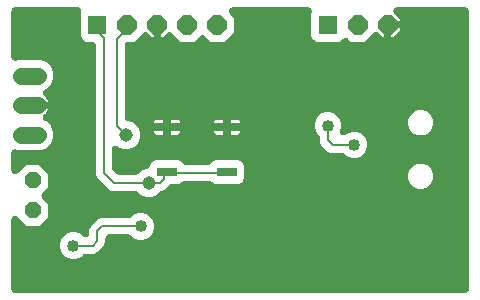
<source format=gbr>
G04 EAGLE Gerber RS-274X export*
G75*
%MOMM*%
%FSLAX34Y34*%
%LPD*%
%INBottom Copper*%
%IPPOS*%
%AMOC8*
5,1,8,0,0,1.08239X$1,22.5*%
G01*
%ADD10C,1.422400*%
%ADD11R,1.625600X1.625600*%
%ADD12P,1.759533X8X112.500000*%
%ADD13R,1.651000X0.762000*%
%ADD14P,1.539592X8X292.500000*%
%ADD15C,1.016000*%
%ADD16C,0.152400*%
%ADD17C,1.143000*%

G36*
X591896Y171253D02*
X591896Y171253D01*
X591972Y171251D01*
X592141Y171273D01*
X592312Y171287D01*
X592386Y171305D01*
X592461Y171315D01*
X592625Y171364D01*
X592791Y171405D01*
X592860Y171435D01*
X592934Y171457D01*
X593087Y171533D01*
X593244Y171600D01*
X593308Y171641D01*
X593377Y171674D01*
X593516Y171773D01*
X593660Y171865D01*
X593717Y171916D01*
X593779Y171960D01*
X593900Y172080D01*
X594028Y172194D01*
X594076Y172253D01*
X594130Y172307D01*
X594231Y172445D01*
X594338Y172578D01*
X594375Y172644D01*
X594420Y172705D01*
X594497Y172858D01*
X594582Y173006D01*
X594608Y173078D01*
X594643Y173146D01*
X594694Y173309D01*
X594753Y173469D01*
X594768Y173544D01*
X594791Y173616D01*
X594803Y173721D01*
X594848Y173953D01*
X594855Y174189D01*
X594867Y174294D01*
X594867Y409906D01*
X594861Y409982D01*
X594863Y410058D01*
X594841Y410227D01*
X594827Y410398D01*
X594809Y410472D01*
X594799Y410547D01*
X594750Y410711D01*
X594709Y410877D01*
X594679Y410946D01*
X594657Y411020D01*
X594581Y411173D01*
X594514Y411330D01*
X594473Y411394D01*
X594440Y411463D01*
X594341Y411602D01*
X594249Y411746D01*
X594198Y411803D01*
X594154Y411865D01*
X594034Y411986D01*
X593920Y412114D01*
X593861Y412162D01*
X593807Y412216D01*
X593669Y412317D01*
X593536Y412424D01*
X593470Y412461D01*
X593409Y412506D01*
X593256Y412583D01*
X593108Y412668D01*
X593036Y412694D01*
X592968Y412729D01*
X592805Y412780D01*
X592645Y412839D01*
X592570Y412854D01*
X592498Y412877D01*
X592393Y412889D01*
X592161Y412934D01*
X591925Y412941D01*
X591820Y412953D01*
X534051Y412953D01*
X534013Y412950D01*
X533975Y412952D01*
X533767Y412930D01*
X533560Y412913D01*
X533523Y412904D01*
X533485Y412900D01*
X533283Y412845D01*
X533081Y412795D01*
X533046Y412780D01*
X533009Y412769D01*
X532819Y412682D01*
X532627Y412600D01*
X532595Y412580D01*
X532561Y412564D01*
X532387Y412447D01*
X532211Y412335D01*
X532183Y412310D01*
X532151Y412288D01*
X531999Y412145D01*
X531843Y412006D01*
X531819Y411977D01*
X531792Y411951D01*
X531664Y411785D01*
X531533Y411622D01*
X531515Y411589D01*
X531491Y411559D01*
X531393Y411375D01*
X531289Y411194D01*
X531276Y411158D01*
X531258Y411124D01*
X531190Y410927D01*
X531118Y410731D01*
X531111Y410694D01*
X531098Y410658D01*
X531063Y410451D01*
X531023Y410247D01*
X531022Y410209D01*
X531016Y410171D01*
X531014Y409962D01*
X531008Y409754D01*
X531013Y409716D01*
X531013Y409678D01*
X531045Y409471D01*
X531072Y409265D01*
X531083Y409228D01*
X531089Y409191D01*
X531154Y408992D01*
X531215Y408793D01*
X531232Y408758D01*
X531243Y408722D01*
X531340Y408537D01*
X531432Y408349D01*
X531454Y408318D01*
X531471Y408284D01*
X531529Y408212D01*
X531717Y407947D01*
X531838Y407825D01*
X531897Y407751D01*
X536957Y402691D01*
X536957Y401319D01*
X526288Y401319D01*
X526212Y401313D01*
X526136Y401316D01*
X525967Y401293D01*
X525797Y401279D01*
X525723Y401261D01*
X525647Y401251D01*
X525483Y401202D01*
X525318Y401161D01*
X525248Y401131D01*
X525175Y401109D01*
X525021Y401034D01*
X524864Y400966D01*
X524800Y400925D01*
X524732Y400892D01*
X524592Y400793D01*
X524448Y400701D01*
X524392Y400650D01*
X524329Y400606D01*
X524208Y400486D01*
X524080Y400372D01*
X524032Y400313D01*
X523978Y400259D01*
X523877Y400121D01*
X523770Y399988D01*
X523732Y399922D01*
X523687Y399860D01*
X523611Y399708D01*
X523526Y399559D01*
X523499Y399488D01*
X523465Y399420D01*
X523414Y399257D01*
X523354Y399097D01*
X523340Y399022D01*
X523317Y398949D01*
X523305Y398845D01*
X523260Y398613D01*
X523252Y398377D01*
X523241Y398272D01*
X523241Y387603D01*
X521869Y387603D01*
X518257Y391215D01*
X518199Y391264D01*
X518147Y391320D01*
X518012Y391424D01*
X517881Y391534D01*
X517816Y391574D01*
X517756Y391620D01*
X517605Y391701D01*
X517459Y391789D01*
X517388Y391817D01*
X517321Y391853D01*
X517159Y391909D01*
X517001Y391972D01*
X516926Y391989D01*
X516854Y392013D01*
X516686Y392042D01*
X516519Y392079D01*
X516443Y392083D01*
X516368Y392096D01*
X516197Y392097D01*
X516026Y392107D01*
X515951Y392098D01*
X515874Y392099D01*
X515705Y392072D01*
X515536Y392054D01*
X515463Y392034D01*
X515387Y392022D01*
X515225Y391969D01*
X515060Y391924D01*
X514991Y391892D01*
X514919Y391868D01*
X514767Y391789D01*
X514612Y391718D01*
X514548Y391675D01*
X514481Y391640D01*
X514399Y391575D01*
X514202Y391443D01*
X514030Y391281D01*
X513948Y391215D01*
X506780Y384047D01*
X494996Y384047D01*
X492723Y386320D01*
X492665Y386369D01*
X492613Y386425D01*
X492478Y386528D01*
X492347Y386639D01*
X492282Y386679D01*
X492222Y386725D01*
X492071Y386806D01*
X491925Y386894D01*
X491854Y386922D01*
X491787Y386958D01*
X491625Y387014D01*
X491467Y387077D01*
X491392Y387093D01*
X491320Y387118D01*
X491152Y387147D01*
X490985Y387184D01*
X490909Y387188D01*
X490834Y387201D01*
X490663Y387202D01*
X490493Y387211D01*
X490417Y387203D01*
X490341Y387204D01*
X490172Y387177D01*
X490002Y387159D01*
X489929Y387139D01*
X489853Y387127D01*
X489691Y387074D01*
X489526Y387029D01*
X489457Y386997D01*
X489385Y386973D01*
X489233Y386894D01*
X489078Y386823D01*
X489015Y386780D01*
X488947Y386745D01*
X488865Y386679D01*
X488669Y386547D01*
X488496Y386386D01*
X488414Y386320D01*
X487069Y384975D01*
X484829Y384047D01*
X466147Y384047D01*
X463906Y384975D01*
X462191Y386690D01*
X461263Y388931D01*
X461263Y407613D01*
X461730Y408740D01*
X461786Y408912D01*
X461848Y409081D01*
X461861Y409146D01*
X461881Y409209D01*
X461908Y409388D01*
X461943Y409565D01*
X461945Y409631D01*
X461955Y409697D01*
X461953Y409878D01*
X461958Y410058D01*
X461950Y410124D01*
X461949Y410191D01*
X461917Y410368D01*
X461894Y410547D01*
X461875Y410611D01*
X461863Y410676D01*
X461804Y410847D01*
X461751Y411020D01*
X461722Y411079D01*
X461700Y411142D01*
X461614Y411300D01*
X461535Y411463D01*
X461496Y411517D01*
X461464Y411575D01*
X461353Y411718D01*
X461249Y411865D01*
X461202Y411912D01*
X461162Y411965D01*
X461029Y412088D01*
X460902Y412216D01*
X460849Y412255D01*
X460800Y412300D01*
X460649Y412400D01*
X460504Y412506D01*
X460444Y412536D01*
X460389Y412573D01*
X460224Y412647D01*
X460063Y412729D01*
X460000Y412749D01*
X459939Y412776D01*
X459765Y412823D01*
X459593Y412877D01*
X459540Y412883D01*
X459463Y412904D01*
X458972Y412953D01*
X458938Y412951D01*
X458915Y412953D01*
X394808Y412953D01*
X394770Y412950D01*
X394732Y412952D01*
X394524Y412930D01*
X394317Y412913D01*
X394279Y412904D01*
X394242Y412900D01*
X394040Y412845D01*
X393838Y412795D01*
X393803Y412780D01*
X393766Y412769D01*
X393576Y412682D01*
X393384Y412600D01*
X393352Y412580D01*
X393317Y412564D01*
X393144Y412447D01*
X392968Y412335D01*
X392940Y412310D01*
X392908Y412288D01*
X392756Y412145D01*
X392600Y412006D01*
X392576Y411977D01*
X392549Y411951D01*
X392421Y411784D01*
X392290Y411622D01*
X392272Y411590D01*
X392248Y411559D01*
X392149Y411375D01*
X392046Y411194D01*
X392033Y411158D01*
X392015Y411124D01*
X391947Y410927D01*
X391875Y410731D01*
X391868Y410694D01*
X391855Y410658D01*
X391820Y410451D01*
X391780Y410247D01*
X391779Y410209D01*
X391773Y410171D01*
X391771Y409962D01*
X391765Y409754D01*
X391770Y409716D01*
X391770Y409678D01*
X391802Y409471D01*
X391829Y409265D01*
X391840Y409228D01*
X391846Y409191D01*
X391911Y408992D01*
X391972Y408793D01*
X391988Y408758D01*
X392000Y408722D01*
X392097Y408537D01*
X392189Y408349D01*
X392211Y408318D01*
X392228Y408284D01*
X392286Y408212D01*
X392474Y407947D01*
X392595Y407825D01*
X392654Y407751D01*
X396241Y404164D01*
X396241Y392380D01*
X387908Y384047D01*
X376124Y384047D01*
X371471Y388700D01*
X371413Y388750D01*
X371360Y388805D01*
X371225Y388909D01*
X371095Y389020D01*
X371029Y389059D01*
X370969Y389106D01*
X370819Y389186D01*
X370672Y389275D01*
X370601Y389303D01*
X370534Y389339D01*
X370373Y389394D01*
X370214Y389458D01*
X370140Y389474D01*
X370068Y389499D01*
X369899Y389527D01*
X369732Y389564D01*
X369656Y389569D01*
X369581Y389581D01*
X369410Y389582D01*
X369240Y389592D01*
X369164Y389584D01*
X369088Y389584D01*
X368919Y389558D01*
X368749Y389540D01*
X368676Y389520D01*
X368601Y389508D01*
X368438Y389454D01*
X368274Y389409D01*
X368204Y389377D01*
X368132Y389354D01*
X367981Y389275D01*
X367825Y389203D01*
X367762Y389161D01*
X367694Y389126D01*
X367612Y389060D01*
X367416Y388928D01*
X367244Y388766D01*
X367161Y388700D01*
X362508Y384047D01*
X350724Y384047D01*
X343556Y391215D01*
X343498Y391264D01*
X343446Y391320D01*
X343310Y391424D01*
X343180Y391534D01*
X343115Y391574D01*
X343055Y391620D01*
X342904Y391701D01*
X342758Y391789D01*
X342687Y391817D01*
X342620Y391853D01*
X342458Y391909D01*
X342300Y391972D01*
X342225Y391989D01*
X342153Y392013D01*
X341985Y392042D01*
X341818Y392079D01*
X341742Y392083D01*
X341667Y392096D01*
X341496Y392097D01*
X341325Y392107D01*
X341250Y392098D01*
X341173Y392099D01*
X341004Y392072D01*
X340835Y392054D01*
X340762Y392034D01*
X340686Y392022D01*
X340524Y391969D01*
X340359Y391924D01*
X340290Y391892D01*
X340218Y391868D01*
X340066Y391789D01*
X339911Y391718D01*
X339848Y391675D01*
X339780Y391640D01*
X339698Y391575D01*
X339501Y391443D01*
X339329Y391281D01*
X339247Y391215D01*
X335635Y387603D01*
X334263Y387603D01*
X334263Y398272D01*
X334257Y398348D01*
X334260Y398424D01*
X334237Y398593D01*
X334223Y398763D01*
X334205Y398837D01*
X334195Y398913D01*
X334146Y399077D01*
X334105Y399242D01*
X334075Y399312D01*
X334053Y399385D01*
X333978Y399539D01*
X333910Y399696D01*
X333869Y399760D01*
X333836Y399828D01*
X333737Y399968D01*
X333645Y400112D01*
X333594Y400168D01*
X333550Y400231D01*
X333430Y400352D01*
X333316Y400480D01*
X333257Y400527D01*
X333204Y400582D01*
X333065Y400682D01*
X332933Y400789D01*
X332866Y400827D01*
X332805Y400872D01*
X332652Y400949D01*
X332504Y401033D01*
X332432Y401060D01*
X332364Y401094D01*
X332202Y401146D01*
X332041Y401205D01*
X331967Y401220D01*
X331894Y401243D01*
X331789Y401254D01*
X331557Y401300D01*
X331321Y401307D01*
X331216Y401319D01*
X331140Y401313D01*
X331064Y401315D01*
X330894Y401293D01*
X330724Y401279D01*
X330650Y401261D01*
X330575Y401251D01*
X330411Y401201D01*
X330245Y401160D01*
X330175Y401130D01*
X330102Y401108D01*
X329949Y401033D01*
X329792Y400966D01*
X329728Y400925D01*
X329659Y400891D01*
X329520Y400792D01*
X329376Y400701D01*
X329319Y400650D01*
X329257Y400606D01*
X329135Y400486D01*
X329008Y400372D01*
X328960Y400313D01*
X328906Y400259D01*
X328805Y400121D01*
X328698Y399988D01*
X328660Y399922D01*
X328615Y399860D01*
X328539Y399708D01*
X328454Y399559D01*
X328427Y399488D01*
X328393Y399420D01*
X328342Y399257D01*
X328282Y399097D01*
X328268Y399022D01*
X328245Y398949D01*
X328233Y398845D01*
X328188Y398613D01*
X328180Y398377D01*
X328169Y398272D01*
X328169Y387603D01*
X326797Y387603D01*
X323185Y391215D01*
X323127Y391264D01*
X323075Y391320D01*
X322940Y391424D01*
X322809Y391534D01*
X322744Y391574D01*
X322684Y391620D01*
X322533Y391701D01*
X322387Y391789D01*
X322316Y391817D01*
X322249Y391853D01*
X322087Y391909D01*
X321929Y391972D01*
X321854Y391989D01*
X321782Y392013D01*
X321614Y392042D01*
X321447Y392079D01*
X321371Y392083D01*
X321296Y392096D01*
X321125Y392097D01*
X320954Y392107D01*
X320879Y392098D01*
X320802Y392099D01*
X320633Y392072D01*
X320464Y392054D01*
X320391Y392034D01*
X320315Y392022D01*
X320153Y391969D01*
X319988Y391924D01*
X319919Y391892D01*
X319847Y391868D01*
X319695Y391789D01*
X319540Y391718D01*
X319476Y391675D01*
X319409Y391640D01*
X319327Y391575D01*
X319130Y391443D01*
X318958Y391281D01*
X318876Y391215D01*
X311708Y384047D01*
X306578Y384047D01*
X306502Y384041D01*
X306426Y384043D01*
X306257Y384021D01*
X306086Y384007D01*
X306012Y383989D01*
X305937Y383979D01*
X305773Y383930D01*
X305607Y383889D01*
X305538Y383859D01*
X305464Y383837D01*
X305311Y383761D01*
X305154Y383694D01*
X305090Y383653D01*
X305021Y383620D01*
X304882Y383521D01*
X304738Y383429D01*
X304681Y383378D01*
X304619Y383334D01*
X304498Y383214D01*
X304370Y383100D01*
X304322Y383041D01*
X304268Y382987D01*
X304167Y382849D01*
X304060Y382716D01*
X304023Y382650D01*
X303978Y382589D01*
X303901Y382436D01*
X303816Y382288D01*
X303790Y382216D01*
X303755Y382148D01*
X303704Y381985D01*
X303645Y381825D01*
X303630Y381750D01*
X303607Y381678D01*
X303595Y381573D01*
X303550Y381341D01*
X303543Y381105D01*
X303531Y381000D01*
X303531Y319659D01*
X303537Y319583D01*
X303535Y319507D01*
X303557Y319338D01*
X303571Y319167D01*
X303589Y319093D01*
X303599Y319018D01*
X303648Y318854D01*
X303689Y318688D01*
X303719Y318619D01*
X303741Y318545D01*
X303817Y318392D01*
X303884Y318235D01*
X303925Y318171D01*
X303958Y318102D01*
X304057Y317963D01*
X304149Y317819D01*
X304200Y317762D01*
X304244Y317700D01*
X304364Y317579D01*
X304478Y317451D01*
X304537Y317403D01*
X304591Y317349D01*
X304729Y317248D01*
X304862Y317141D01*
X304928Y317104D01*
X304989Y317059D01*
X305142Y316982D01*
X305290Y316897D01*
X305362Y316871D01*
X305430Y316836D01*
X305593Y316785D01*
X305753Y316726D01*
X305828Y316711D01*
X305900Y316688D01*
X306005Y316676D01*
X306237Y316631D01*
X306473Y316624D01*
X306578Y316612D01*
X307150Y316612D01*
X311491Y314814D01*
X314814Y311491D01*
X316612Y307150D01*
X316612Y302450D01*
X314814Y298109D01*
X311491Y294786D01*
X307150Y292988D01*
X302450Y292988D01*
X298109Y294786D01*
X297811Y295085D01*
X297782Y295110D01*
X297756Y295138D01*
X297594Y295269D01*
X297435Y295404D01*
X297402Y295424D01*
X297372Y295448D01*
X297192Y295551D01*
X297012Y295659D01*
X296977Y295673D01*
X296944Y295692D01*
X296748Y295765D01*
X296554Y295842D01*
X296517Y295850D01*
X296481Y295864D01*
X296277Y295904D01*
X296073Y295949D01*
X296034Y295951D01*
X295997Y295958D01*
X295789Y295965D01*
X295580Y295977D01*
X295542Y295973D01*
X295504Y295974D01*
X295298Y295947D01*
X295089Y295924D01*
X295053Y295914D01*
X295015Y295909D01*
X294815Y295849D01*
X294614Y295794D01*
X294579Y295778D01*
X294542Y295767D01*
X294355Y295675D01*
X294165Y295588D01*
X294134Y295567D01*
X294099Y295550D01*
X293929Y295429D01*
X293756Y295313D01*
X293728Y295287D01*
X293697Y295264D01*
X293549Y295118D01*
X293396Y294975D01*
X293373Y294945D01*
X293346Y294918D01*
X293223Y294749D01*
X293096Y294583D01*
X293078Y294550D01*
X293056Y294519D01*
X292962Y294333D01*
X292863Y294149D01*
X292851Y294113D01*
X292833Y294079D01*
X292771Y293879D01*
X292703Y293682D01*
X292697Y293645D01*
X292685Y293608D01*
X292675Y293515D01*
X292620Y293196D01*
X292619Y293024D01*
X292609Y292930D01*
X292609Y277153D01*
X292618Y277040D01*
X292617Y276925D01*
X292638Y276794D01*
X292649Y276661D01*
X292676Y276551D01*
X292694Y276438D01*
X292735Y276312D01*
X292767Y276183D01*
X292812Y276078D01*
X292848Y275969D01*
X292910Y275851D01*
X292962Y275729D01*
X293023Y275633D01*
X293076Y275532D01*
X293135Y275458D01*
X293227Y275313D01*
X293443Y275071D01*
X293501Y274998D01*
X296334Y272165D01*
X296421Y272091D01*
X296502Y272010D01*
X296609Y271932D01*
X296710Y271846D01*
X296808Y271787D01*
X296901Y271720D01*
X297019Y271660D01*
X297133Y271591D01*
X297239Y271549D01*
X297341Y271497D01*
X297468Y271457D01*
X297591Y271408D01*
X297702Y271383D01*
X297811Y271349D01*
X297905Y271339D01*
X298073Y271301D01*
X298397Y271283D01*
X298489Y271273D01*
X312742Y271273D01*
X312856Y271282D01*
X312970Y271281D01*
X313102Y271302D01*
X313234Y271313D01*
X313345Y271340D01*
X313458Y271358D01*
X313584Y271399D01*
X313713Y271431D01*
X313818Y271476D01*
X313926Y271512D01*
X314044Y271574D01*
X314166Y271626D01*
X314262Y271687D01*
X314364Y271740D01*
X314437Y271799D01*
X314582Y271891D01*
X314824Y272107D01*
X314897Y272165D01*
X317159Y274428D01*
X321500Y276226D01*
X321981Y276226D01*
X322199Y276243D01*
X322416Y276257D01*
X322444Y276263D01*
X322472Y276266D01*
X322685Y276318D01*
X322897Y276367D01*
X322924Y276378D01*
X322951Y276384D01*
X323152Y276471D01*
X323354Y276553D01*
X323378Y276568D01*
X323405Y276579D01*
X323589Y276696D01*
X323775Y276810D01*
X323797Y276829D01*
X323821Y276844D01*
X323983Y276989D01*
X324149Y277132D01*
X324167Y277154D01*
X324189Y277173D01*
X324325Y277342D01*
X324466Y277510D01*
X324478Y277531D01*
X324499Y277557D01*
X324743Y277985D01*
X324771Y278061D01*
X324796Y278107D01*
X325920Y280822D01*
X327635Y282537D01*
X329876Y283465D01*
X348812Y283465D01*
X351053Y282537D01*
X352955Y280634D01*
X353058Y280489D01*
X353078Y280469D01*
X353095Y280446D01*
X353251Y280294D01*
X353405Y280138D01*
X353428Y280121D01*
X353448Y280102D01*
X353627Y279976D01*
X353803Y279848D01*
X353829Y279835D01*
X353852Y279819D01*
X354049Y279724D01*
X354244Y279625D01*
X354271Y279617D01*
X354296Y279605D01*
X354506Y279543D01*
X354714Y279477D01*
X354738Y279474D01*
X354770Y279465D01*
X355259Y279404D01*
X355340Y279407D01*
X355392Y279401D01*
X374096Y279401D01*
X374314Y279418D01*
X374532Y279432D01*
X374559Y279438D01*
X374588Y279441D01*
X374799Y279493D01*
X375013Y279542D01*
X375039Y279553D01*
X375066Y279559D01*
X375266Y279645D01*
X375470Y279728D01*
X375494Y279743D01*
X375520Y279754D01*
X375703Y279871D01*
X375891Y279985D01*
X375912Y280004D01*
X375936Y280019D01*
X376099Y280164D01*
X376264Y280307D01*
X376283Y280329D01*
X376304Y280348D01*
X376441Y280517D01*
X376568Y280669D01*
X378435Y282537D01*
X380676Y283465D01*
X399612Y283465D01*
X401853Y282537D01*
X403568Y280822D01*
X404496Y278581D01*
X404496Y268535D01*
X403568Y266294D01*
X401853Y264579D01*
X399612Y263651D01*
X380676Y263651D01*
X378435Y264579D01*
X378224Y264791D01*
X378137Y264865D01*
X378057Y264946D01*
X377950Y265024D01*
X377848Y265110D01*
X377750Y265169D01*
X377658Y265236D01*
X377540Y265296D01*
X377426Y265365D01*
X377319Y265407D01*
X377218Y265459D01*
X377091Y265499D01*
X376968Y265548D01*
X376856Y265573D01*
X376747Y265607D01*
X376654Y265617D01*
X376486Y265655D01*
X376162Y265673D01*
X376069Y265683D01*
X353419Y265683D01*
X353305Y265674D01*
X353191Y265675D01*
X353059Y265654D01*
X352927Y265643D01*
X352816Y265616D01*
X352703Y265598D01*
X352577Y265557D01*
X352448Y265525D01*
X352343Y265480D01*
X352235Y265444D01*
X352117Y265382D01*
X351995Y265330D01*
X351898Y265269D01*
X351797Y265216D01*
X351723Y265157D01*
X351579Y265065D01*
X351336Y264849D01*
X351264Y264791D01*
X351053Y264579D01*
X348812Y263651D01*
X343701Y263651D01*
X343588Y263642D01*
X343473Y263643D01*
X343342Y263622D01*
X343209Y263611D01*
X343099Y263584D01*
X342986Y263566D01*
X342860Y263525D01*
X342731Y263493D01*
X342626Y263448D01*
X342517Y263412D01*
X342399Y263350D01*
X342277Y263298D01*
X342181Y263237D01*
X342080Y263184D01*
X342006Y263125D01*
X341861Y263033D01*
X341619Y262817D01*
X341546Y262759D01*
X337133Y258345D01*
X334590Y257292D01*
X334476Y257293D01*
X334344Y257272D01*
X334212Y257261D01*
X334101Y257234D01*
X333988Y257216D01*
X333862Y257175D01*
X333733Y257143D01*
X333628Y257098D01*
X333520Y257062D01*
X333402Y257000D01*
X333280Y256948D01*
X333184Y256887D01*
X333082Y256834D01*
X333009Y256775D01*
X332864Y256683D01*
X332622Y256467D01*
X332549Y256409D01*
X330541Y254400D01*
X326200Y252602D01*
X321500Y252602D01*
X317159Y254400D01*
X314897Y256663D01*
X314810Y256737D01*
X314730Y256818D01*
X314622Y256896D01*
X314521Y256982D01*
X314423Y257041D01*
X314331Y257108D01*
X314212Y257168D01*
X314098Y257237D01*
X313992Y257279D01*
X313890Y257331D01*
X313764Y257371D01*
X313640Y257420D01*
X313529Y257445D01*
X313420Y257479D01*
X313326Y257489D01*
X313159Y257527D01*
X312834Y257545D01*
X312742Y257555D01*
X293022Y257555D01*
X290501Y258599D01*
X279935Y269165D01*
X278891Y271686D01*
X278891Y381000D01*
X278885Y381076D01*
X278887Y381152D01*
X278865Y381321D01*
X278851Y381492D01*
X278833Y381566D01*
X278823Y381641D01*
X278774Y381805D01*
X278733Y381971D01*
X278703Y382040D01*
X278681Y382114D01*
X278605Y382267D01*
X278538Y382424D01*
X278497Y382488D01*
X278464Y382557D01*
X278365Y382696D01*
X278273Y382840D01*
X278222Y382897D01*
X278178Y382959D01*
X278058Y383080D01*
X277944Y383208D01*
X277885Y383256D01*
X277831Y383310D01*
X277693Y383411D01*
X277560Y383518D01*
X277494Y383555D01*
X277433Y383600D01*
X277280Y383677D01*
X277132Y383762D01*
X277060Y383788D01*
X276992Y383823D01*
X276829Y383874D01*
X276669Y383933D01*
X276594Y383948D01*
X276522Y383971D01*
X276417Y383983D01*
X276185Y384028D01*
X275949Y384035D01*
X275844Y384047D01*
X271075Y384047D01*
X268834Y384975D01*
X267119Y386690D01*
X266191Y388931D01*
X266191Y407613D01*
X266658Y408740D01*
X266714Y408912D01*
X266776Y409081D01*
X266789Y409146D01*
X266809Y409209D01*
X266836Y409388D01*
X266871Y409565D01*
X266873Y409631D01*
X266883Y409697D01*
X266881Y409878D01*
X266886Y410058D01*
X266878Y410124D01*
X266877Y410191D01*
X266845Y410368D01*
X266822Y410547D01*
X266803Y410611D01*
X266791Y410676D01*
X266732Y410847D01*
X266679Y411020D01*
X266650Y411079D01*
X266628Y411142D01*
X266542Y411300D01*
X266463Y411463D01*
X266424Y411517D01*
X266392Y411575D01*
X266281Y411718D01*
X266177Y411865D01*
X266130Y411912D01*
X266090Y411965D01*
X265957Y412088D01*
X265830Y412216D01*
X265777Y412255D01*
X265728Y412300D01*
X265577Y412400D01*
X265432Y412506D01*
X265372Y412536D01*
X265317Y412573D01*
X265152Y412647D01*
X264991Y412729D01*
X264928Y412749D01*
X264867Y412776D01*
X264693Y412823D01*
X264521Y412877D01*
X264468Y412883D01*
X264391Y412904D01*
X263900Y412953D01*
X263866Y412951D01*
X263843Y412953D01*
X210692Y412953D01*
X210616Y412947D01*
X210540Y412949D01*
X210371Y412927D01*
X210200Y412913D01*
X210126Y412895D01*
X210051Y412885D01*
X209887Y412836D01*
X209721Y412795D01*
X209652Y412765D01*
X209578Y412743D01*
X209425Y412667D01*
X209268Y412600D01*
X209204Y412559D01*
X209135Y412526D01*
X208996Y412427D01*
X208852Y412335D01*
X208795Y412284D01*
X208733Y412240D01*
X208612Y412120D01*
X208484Y412006D01*
X208436Y411947D01*
X208382Y411893D01*
X208281Y411755D01*
X208174Y411622D01*
X208137Y411556D01*
X208092Y411495D01*
X208015Y411342D01*
X207930Y411194D01*
X207904Y411122D01*
X207869Y411054D01*
X207818Y410891D01*
X207759Y410731D01*
X207744Y410656D01*
X207721Y410584D01*
X207709Y410479D01*
X207664Y410247D01*
X207657Y410011D01*
X207645Y409906D01*
X207645Y370760D01*
X207659Y370580D01*
X207666Y370400D01*
X207679Y370335D01*
X207685Y370269D01*
X207728Y370093D01*
X207764Y369917D01*
X207787Y369854D01*
X207803Y369790D01*
X207875Y369624D01*
X207938Y369455D01*
X207972Y369397D01*
X207998Y369336D01*
X208095Y369184D01*
X208185Y369028D01*
X208227Y368976D01*
X208263Y368920D01*
X208383Y368786D01*
X208498Y368646D01*
X208547Y368602D01*
X208592Y368552D01*
X208732Y368439D01*
X208867Y368320D01*
X208924Y368284D01*
X208976Y368242D01*
X209132Y368153D01*
X209285Y368057D01*
X209346Y368031D01*
X209404Y367998D01*
X209574Y367936D01*
X209740Y367866D01*
X209804Y367850D01*
X209867Y367827D01*
X210044Y367792D01*
X210219Y367750D01*
X210286Y367745D01*
X210351Y367732D01*
X210531Y367727D01*
X210711Y367713D01*
X210778Y367719D01*
X210844Y367717D01*
X211023Y367740D01*
X211203Y367756D01*
X211253Y367771D01*
X211333Y367781D01*
X211805Y367924D01*
X211836Y367939D01*
X211858Y367945D01*
X213007Y368421D01*
X232485Y368421D01*
X237340Y366410D01*
X241056Y362694D01*
X243067Y357839D01*
X243067Y352585D01*
X241056Y347730D01*
X237340Y344014D01*
X235962Y343443D01*
X235808Y343364D01*
X235651Y343293D01*
X235589Y343252D01*
X235523Y343218D01*
X235384Y343116D01*
X235240Y343020D01*
X235186Y342969D01*
X235126Y342925D01*
X235006Y342802D01*
X234879Y342684D01*
X234833Y342625D01*
X234782Y342572D01*
X234682Y342431D01*
X234576Y342294D01*
X234541Y342229D01*
X234499Y342168D01*
X234424Y342012D01*
X234341Y341860D01*
X234317Y341790D01*
X234285Y341724D01*
X234236Y341558D01*
X234179Y341394D01*
X234166Y341321D01*
X234145Y341250D01*
X234124Y341079D01*
X234094Y340908D01*
X234093Y340834D01*
X234084Y340761D01*
X234090Y340588D01*
X234088Y340415D01*
X234099Y340342D01*
X234102Y340268D01*
X234136Y340099D01*
X234162Y339927D01*
X234185Y339857D01*
X234200Y339784D01*
X234261Y339623D01*
X234314Y339458D01*
X234348Y339392D01*
X234374Y339323D01*
X234461Y339173D01*
X234540Y339019D01*
X234584Y338960D01*
X234621Y338896D01*
X234731Y338762D01*
X234834Y338623D01*
X234876Y338584D01*
X234934Y338514D01*
X235303Y338187D01*
X235324Y338174D01*
X235337Y338163D01*
X236146Y337575D01*
X237221Y336500D01*
X238114Y335271D01*
X238804Y333917D01*
X239017Y333259D01*
X222746Y333259D01*
X222670Y333253D01*
X222594Y333256D01*
X222425Y333233D01*
X222255Y333219D01*
X222181Y333201D01*
X222105Y333191D01*
X221941Y333142D01*
X221776Y333101D01*
X221706Y333071D01*
X221633Y333049D01*
X221479Y332974D01*
X221322Y332906D01*
X221258Y332865D01*
X221190Y332832D01*
X221050Y332733D01*
X220906Y332641D01*
X220850Y332590D01*
X220787Y332546D01*
X220666Y332426D01*
X220538Y332312D01*
X220491Y332253D01*
X220436Y332200D01*
X220336Y332061D01*
X220229Y331929D01*
X220191Y331862D01*
X220146Y331801D01*
X220069Y331648D01*
X219985Y331500D01*
X219958Y331428D01*
X219924Y331360D01*
X219872Y331198D01*
X219813Y331037D01*
X219798Y330963D01*
X219775Y330890D01*
X219764Y330785D01*
X219718Y330553D01*
X219711Y330317D01*
X219699Y330212D01*
X219705Y330136D01*
X219703Y330060D01*
X219725Y329890D01*
X219739Y329720D01*
X219757Y329646D01*
X219767Y329571D01*
X219817Y329407D01*
X219858Y329241D01*
X219888Y329171D01*
X219910Y329098D01*
X219985Y328945D01*
X220052Y328788D01*
X220093Y328724D01*
X220127Y328655D01*
X220226Y328516D01*
X220317Y328372D01*
X220368Y328315D01*
X220412Y328253D01*
X220532Y328131D01*
X220646Y328004D01*
X220705Y327956D01*
X220759Y327902D01*
X220897Y327801D01*
X221030Y327694D01*
X221096Y327656D01*
X221158Y327611D01*
X221310Y327535D01*
X221459Y327450D01*
X221530Y327423D01*
X221598Y327389D01*
X221761Y327338D01*
X221921Y327278D01*
X221996Y327264D01*
X222069Y327241D01*
X222173Y327229D01*
X222405Y327184D01*
X222641Y327176D01*
X222746Y327165D01*
X239017Y327165D01*
X238804Y326507D01*
X238114Y325153D01*
X237221Y323924D01*
X236146Y322849D01*
X235337Y322261D01*
X235206Y322149D01*
X235069Y322043D01*
X235019Y321988D01*
X234963Y321940D01*
X234851Y321808D01*
X234734Y321681D01*
X234693Y321619D01*
X234645Y321562D01*
X234557Y321414D01*
X234461Y321270D01*
X234430Y321202D01*
X234393Y321139D01*
X234329Y320978D01*
X234258Y320820D01*
X234239Y320748D01*
X234212Y320680D01*
X234175Y320511D01*
X234130Y320344D01*
X234123Y320270D01*
X234107Y320197D01*
X234099Y320025D01*
X234081Y319853D01*
X234086Y319779D01*
X234082Y319705D01*
X234101Y319533D01*
X234112Y319360D01*
X234129Y319288D01*
X234137Y319214D01*
X234183Y319048D01*
X234222Y318879D01*
X234250Y318811D01*
X234270Y318739D01*
X234343Y318583D01*
X234408Y318422D01*
X234447Y318359D01*
X234478Y318292D01*
X234575Y318149D01*
X234665Y318002D01*
X234714Y317945D01*
X234755Y317884D01*
X234874Y317759D01*
X234987Y317628D01*
X235044Y317580D01*
X235095Y317526D01*
X235233Y317422D01*
X235365Y317311D01*
X235416Y317282D01*
X235488Y317228D01*
X235924Y316997D01*
X235947Y316989D01*
X235962Y316981D01*
X237340Y316410D01*
X241056Y312694D01*
X243067Y307839D01*
X243067Y302585D01*
X241056Y297730D01*
X237340Y294014D01*
X232485Y292003D01*
X213007Y292003D01*
X211858Y292479D01*
X211687Y292534D01*
X211517Y292597D01*
X211452Y292610D01*
X211389Y292630D01*
X211210Y292657D01*
X211033Y292692D01*
X210967Y292694D01*
X210901Y292704D01*
X210720Y292702D01*
X210540Y292707D01*
X210474Y292698D01*
X210407Y292698D01*
X210230Y292666D01*
X210051Y292643D01*
X209987Y292623D01*
X209922Y292612D01*
X209751Y292552D01*
X209578Y292500D01*
X209519Y292471D01*
X209456Y292449D01*
X209298Y292363D01*
X209135Y292283D01*
X209081Y292245D01*
X209023Y292213D01*
X208880Y292102D01*
X208733Y291998D01*
X208686Y291951D01*
X208633Y291910D01*
X208510Y291778D01*
X208382Y291651D01*
X208343Y291597D01*
X208298Y291549D01*
X208198Y291398D01*
X208092Y291252D01*
X208062Y291193D01*
X208025Y291138D01*
X207951Y290973D01*
X207869Y290812D01*
X207849Y290748D01*
X207822Y290688D01*
X207775Y290514D01*
X207721Y290341D01*
X207715Y290289D01*
X207694Y290211D01*
X207645Y289720D01*
X207647Y289687D01*
X207645Y289664D01*
X207645Y274575D01*
X207648Y274537D01*
X207646Y274499D01*
X207668Y274292D01*
X207685Y274084D01*
X207694Y274047D01*
X207698Y274009D01*
X207753Y273808D01*
X207803Y273605D01*
X207818Y273570D01*
X207829Y273533D01*
X207916Y273343D01*
X207998Y273151D01*
X208018Y273119D01*
X208034Y273085D01*
X208151Y272911D01*
X208263Y272735D01*
X208288Y272707D01*
X208310Y272675D01*
X208453Y272523D01*
X208592Y272368D01*
X208621Y272344D01*
X208647Y272316D01*
X208813Y272189D01*
X208976Y272058D01*
X209009Y272039D01*
X209039Y272016D01*
X209223Y271917D01*
X209404Y271814D01*
X209440Y271800D01*
X209474Y271782D01*
X209671Y271715D01*
X209867Y271642D01*
X209904Y271635D01*
X209940Y271622D01*
X210147Y271587D01*
X210351Y271547D01*
X210389Y271546D01*
X210427Y271540D01*
X210636Y271538D01*
X210844Y271532D01*
X210882Y271537D01*
X210920Y271537D01*
X211127Y271569D01*
X211333Y271596D01*
X211370Y271607D01*
X211407Y271613D01*
X211606Y271679D01*
X211805Y271739D01*
X211840Y271756D01*
X211876Y271768D01*
X212061Y271864D01*
X212249Y271956D01*
X212280Y271978D01*
X212314Y271995D01*
X212386Y272053D01*
X212651Y272241D01*
X212773Y272362D01*
X212847Y272421D01*
X220335Y279909D01*
X231277Y279909D01*
X239015Y272171D01*
X239015Y261229D01*
X233941Y256155D01*
X233891Y256097D01*
X233836Y256045D01*
X233732Y255909D01*
X233621Y255779D01*
X233582Y255713D01*
X233536Y255653D01*
X233455Y255503D01*
X233367Y255356D01*
X233338Y255286D01*
X233302Y255218D01*
X233247Y255057D01*
X233184Y254898D01*
X233167Y254824D01*
X233142Y254752D01*
X233114Y254583D01*
X233077Y254417D01*
X233072Y254340D01*
X233060Y254265D01*
X233059Y254094D01*
X233049Y253924D01*
X233057Y253848D01*
X233057Y253772D01*
X233083Y253603D01*
X233101Y253433D01*
X233121Y253360D01*
X233133Y253285D01*
X233187Y253122D01*
X233232Y252958D01*
X233264Y252888D01*
X233288Y252816D01*
X233366Y252665D01*
X233438Y252509D01*
X233480Y252446D01*
X233515Y252378D01*
X233581Y252296D01*
X233713Y252100D01*
X233875Y251927D01*
X233941Y251845D01*
X239015Y246771D01*
X239015Y235829D01*
X231277Y228091D01*
X220335Y228091D01*
X212847Y235579D01*
X212818Y235604D01*
X212792Y235632D01*
X212630Y235763D01*
X212471Y235899D01*
X212438Y235919D01*
X212408Y235942D01*
X212227Y236046D01*
X212048Y236153D01*
X212013Y236168D01*
X211980Y236186D01*
X211784Y236259D01*
X211590Y236336D01*
X211553Y236345D01*
X211517Y236358D01*
X211312Y236398D01*
X211108Y236443D01*
X211070Y236445D01*
X211033Y236453D01*
X210825Y236459D01*
X210616Y236471D01*
X210578Y236467D01*
X210540Y236468D01*
X210333Y236441D01*
X210125Y236419D01*
X210089Y236409D01*
X210051Y236404D01*
X209851Y236343D01*
X209650Y236288D01*
X209615Y236272D01*
X209578Y236261D01*
X209391Y236169D01*
X209201Y236082D01*
X209169Y236061D01*
X209135Y236044D01*
X208966Y235924D01*
X208792Y235807D01*
X208764Y235781D01*
X208733Y235759D01*
X208585Y235612D01*
X208432Y235469D01*
X208409Y235439D01*
X208382Y235412D01*
X208259Y235243D01*
X208132Y235078D01*
X208114Y235044D01*
X208092Y235013D01*
X207998Y234827D01*
X207899Y234643D01*
X207886Y234607D01*
X207869Y234573D01*
X207807Y234374D01*
X207739Y234176D01*
X207733Y234139D01*
X207721Y234102D01*
X207711Y234010D01*
X207656Y233690D01*
X207655Y233518D01*
X207645Y233425D01*
X207645Y174294D01*
X207651Y174218D01*
X207649Y174142D01*
X207671Y173973D01*
X207685Y173802D01*
X207703Y173728D01*
X207713Y173653D01*
X207762Y173489D01*
X207803Y173323D01*
X207833Y173254D01*
X207855Y173180D01*
X207931Y173027D01*
X207998Y172870D01*
X208039Y172806D01*
X208072Y172737D01*
X208171Y172598D01*
X208263Y172454D01*
X208314Y172397D01*
X208358Y172335D01*
X208478Y172214D01*
X208592Y172086D01*
X208651Y172038D01*
X208705Y171984D01*
X208843Y171883D01*
X208976Y171776D01*
X209042Y171739D01*
X209103Y171694D01*
X209256Y171617D01*
X209404Y171532D01*
X209476Y171506D01*
X209544Y171471D01*
X209707Y171420D01*
X209867Y171361D01*
X209942Y171346D01*
X210014Y171323D01*
X210119Y171311D01*
X210351Y171266D01*
X210587Y171259D01*
X210692Y171247D01*
X591820Y171247D01*
X591896Y171253D01*
G37*
%LPC*%
G36*
X257873Y200151D02*
X257873Y200151D01*
X253765Y201853D01*
X250621Y204997D01*
X248919Y209105D01*
X248919Y213551D01*
X250621Y217659D01*
X253765Y220803D01*
X257873Y222505D01*
X262319Y222505D01*
X266427Y220803D01*
X268151Y219079D01*
X268238Y219005D01*
X268318Y218924D01*
X268426Y218846D01*
X268527Y218760D01*
X268625Y218701D01*
X268717Y218634D01*
X268835Y218574D01*
X268950Y218505D01*
X269056Y218463D01*
X269158Y218411D01*
X269284Y218371D01*
X269408Y218322D01*
X269519Y218297D01*
X269628Y218263D01*
X269722Y218253D01*
X269889Y218215D01*
X270214Y218197D01*
X270306Y218187D01*
X270510Y218187D01*
X270586Y218193D01*
X270662Y218191D01*
X270831Y218213D01*
X271002Y218227D01*
X271076Y218245D01*
X271151Y218255D01*
X271315Y218304D01*
X271481Y218345D01*
X271550Y218375D01*
X271624Y218397D01*
X271777Y218473D01*
X271934Y218540D01*
X271998Y218581D01*
X272067Y218614D01*
X272206Y218713D01*
X272350Y218805D01*
X272407Y218856D01*
X272469Y218900D01*
X272590Y219020D01*
X272718Y219134D01*
X272766Y219193D01*
X272820Y219247D01*
X272921Y219385D01*
X273028Y219518D01*
X273065Y219584D01*
X273110Y219645D01*
X273187Y219798D01*
X273272Y219946D01*
X273298Y220018D01*
X273333Y220086D01*
X273384Y220249D01*
X273443Y220409D01*
X273458Y220484D01*
X273481Y220556D01*
X273493Y220661D01*
X273538Y220893D01*
X273545Y221129D01*
X273557Y221234D01*
X273557Y224884D01*
X274601Y227405D01*
X280595Y233399D01*
X283116Y234443D01*
X306782Y234443D01*
X306896Y234452D01*
X307010Y234451D01*
X307142Y234472D01*
X307274Y234483D01*
X307385Y234510D01*
X307498Y234528D01*
X307624Y234569D01*
X307753Y234601D01*
X307858Y234646D01*
X307966Y234682D01*
X308084Y234744D01*
X308206Y234796D01*
X308303Y234857D01*
X308404Y234910D01*
X308477Y234969D01*
X308622Y235061D01*
X308864Y235277D01*
X308937Y235335D01*
X310661Y237059D01*
X314769Y238761D01*
X319215Y238761D01*
X323323Y237059D01*
X326467Y233915D01*
X328169Y229807D01*
X328169Y225361D01*
X326467Y221253D01*
X323323Y218109D01*
X319215Y216407D01*
X314769Y216407D01*
X310661Y218109D01*
X308937Y219833D01*
X308850Y219907D01*
X308770Y219988D01*
X308662Y220066D01*
X308561Y220152D01*
X308463Y220211D01*
X308371Y220278D01*
X308252Y220338D01*
X308139Y220407D01*
X308033Y220449D01*
X307931Y220501D01*
X307804Y220541D01*
X307680Y220590D01*
X307569Y220615D01*
X307460Y220649D01*
X307367Y220659D01*
X307199Y220697D01*
X306875Y220715D01*
X306782Y220725D01*
X290322Y220725D01*
X290246Y220719D01*
X290170Y220721D01*
X290001Y220699D01*
X289830Y220685D01*
X289756Y220667D01*
X289681Y220657D01*
X289517Y220608D01*
X289351Y220567D01*
X289282Y220537D01*
X289208Y220515D01*
X289055Y220439D01*
X288898Y220372D01*
X288834Y220331D01*
X288765Y220298D01*
X288626Y220199D01*
X288482Y220107D01*
X288425Y220056D01*
X288363Y220012D01*
X288242Y219892D01*
X288114Y219778D01*
X288066Y219719D01*
X288012Y219665D01*
X287911Y219527D01*
X287804Y219394D01*
X287767Y219328D01*
X287722Y219267D01*
X287645Y219114D01*
X287560Y218966D01*
X287534Y218894D01*
X287499Y218826D01*
X287448Y218663D01*
X287389Y218503D01*
X287374Y218428D01*
X287351Y218356D01*
X287339Y218251D01*
X287294Y218019D01*
X287287Y217783D01*
X287275Y217678D01*
X287275Y214028D01*
X286231Y211507D01*
X280237Y205513D01*
X277716Y204469D01*
X270306Y204469D01*
X270192Y204460D01*
X270078Y204461D01*
X269946Y204440D01*
X269814Y204429D01*
X269703Y204402D01*
X269590Y204384D01*
X269464Y204343D01*
X269335Y204311D01*
X269230Y204266D01*
X269122Y204230D01*
X269004Y204168D01*
X268882Y204116D01*
X268786Y204055D01*
X268684Y204002D01*
X268611Y203943D01*
X268466Y203851D01*
X268224Y203635D01*
X268151Y203577D01*
X266427Y201853D01*
X262319Y200151D01*
X257873Y200151D01*
G37*
%LPD*%
%LPC*%
G36*
X495617Y285495D02*
X495617Y285495D01*
X491509Y287197D01*
X489785Y288921D01*
X489698Y288995D01*
X489618Y289076D01*
X489510Y289154D01*
X489409Y289240D01*
X489311Y289299D01*
X489219Y289366D01*
X489101Y289426D01*
X488986Y289495D01*
X488880Y289537D01*
X488778Y289589D01*
X488652Y289629D01*
X488528Y289678D01*
X488417Y289703D01*
X488308Y289737D01*
X488214Y289747D01*
X488047Y289785D01*
X487722Y289803D01*
X487630Y289813D01*
X478188Y289813D01*
X475667Y290857D01*
X469673Y296851D01*
X468629Y299372D01*
X468629Y302718D01*
X468620Y302832D01*
X468621Y302946D01*
X468600Y303078D01*
X468589Y303210D01*
X468562Y303321D01*
X468544Y303434D01*
X468503Y303560D01*
X468471Y303689D01*
X468426Y303794D01*
X468390Y303902D01*
X468328Y304020D01*
X468276Y304142D01*
X468215Y304238D01*
X468162Y304340D01*
X468103Y304413D01*
X468011Y304558D01*
X467795Y304800D01*
X467737Y304873D01*
X466013Y306597D01*
X464311Y310705D01*
X464311Y315151D01*
X466013Y319259D01*
X469157Y322403D01*
X473265Y324105D01*
X477711Y324105D01*
X481819Y322403D01*
X484963Y319259D01*
X486665Y315151D01*
X486665Y310705D01*
X485879Y308808D01*
X485835Y308673D01*
X485783Y308540D01*
X485760Y308438D01*
X485728Y308339D01*
X485707Y308198D01*
X485676Y308059D01*
X485670Y307954D01*
X485654Y307851D01*
X485656Y307708D01*
X485648Y307566D01*
X485659Y307462D01*
X485661Y307358D01*
X485685Y307217D01*
X485700Y307075D01*
X485728Y306975D01*
X485746Y306872D01*
X485793Y306737D01*
X485831Y306600D01*
X485875Y306505D01*
X485909Y306406D01*
X485977Y306281D01*
X486037Y306151D01*
X486095Y306065D01*
X486145Y305973D01*
X486232Y305860D01*
X486312Y305742D01*
X486384Y305666D01*
X486448Y305583D01*
X486552Y305486D01*
X486650Y305383D01*
X486733Y305319D01*
X486810Y305248D01*
X486928Y305169D01*
X487041Y305082D01*
X487134Y305033D01*
X487221Y304975D01*
X487351Y304916D01*
X487476Y304849D01*
X487575Y304815D01*
X487670Y304772D01*
X487808Y304735D01*
X487943Y304689D01*
X488046Y304672D01*
X488147Y304645D01*
X488288Y304630D01*
X488429Y304606D01*
X488534Y304606D01*
X488638Y304595D01*
X488780Y304604D01*
X488923Y304603D01*
X489026Y304620D01*
X489130Y304626D01*
X489269Y304658D01*
X489410Y304680D01*
X489509Y304713D01*
X489611Y304736D01*
X489743Y304790D01*
X489878Y304834D01*
X489971Y304883D01*
X490068Y304922D01*
X490190Y304996D01*
X490316Y305062D01*
X490377Y305111D01*
X490489Y305179D01*
X490818Y305463D01*
X490849Y305487D01*
X491509Y306147D01*
X495617Y307849D01*
X500063Y307849D01*
X504171Y306147D01*
X507315Y303003D01*
X509017Y298895D01*
X509017Y294449D01*
X507315Y290341D01*
X504171Y287197D01*
X500063Y285495D01*
X495617Y285495D01*
G37*
%LPD*%
%LPC*%
G36*
X552160Y304511D02*
X552160Y304511D01*
X548265Y306125D01*
X545285Y309105D01*
X543671Y313000D01*
X543671Y317216D01*
X545285Y321111D01*
X548265Y324091D01*
X552160Y325705D01*
X556376Y325705D01*
X560271Y324091D01*
X563251Y321111D01*
X564865Y317216D01*
X564865Y313000D01*
X563251Y309105D01*
X560271Y306125D01*
X556376Y304511D01*
X552160Y304511D01*
G37*
%LPD*%
%LPC*%
G36*
X552160Y259511D02*
X552160Y259511D01*
X548265Y261125D01*
X545285Y264105D01*
X543671Y268000D01*
X543671Y272216D01*
X545285Y276111D01*
X548265Y279091D01*
X552160Y280705D01*
X556376Y280705D01*
X560271Y279091D01*
X563251Y276111D01*
X564865Y272216D01*
X564865Y268000D01*
X563251Y264105D01*
X560271Y261125D01*
X556376Y259511D01*
X552160Y259511D01*
G37*
%LPD*%
%LPC*%
G36*
X529335Y387603D02*
X529335Y387603D01*
X529335Y395225D01*
X536957Y395225D01*
X536957Y393853D01*
X530707Y387603D01*
X529335Y387603D01*
G37*
%LPD*%
%LPC*%
G36*
X393191Y314705D02*
X393191Y314705D01*
X393191Y318009D01*
X398734Y318009D01*
X399380Y317836D01*
X399959Y317501D01*
X400432Y317028D01*
X400767Y316449D01*
X400940Y315803D01*
X400940Y314705D01*
X393191Y314705D01*
G37*
%LPD*%
%LPC*%
G36*
X342391Y314705D02*
X342391Y314705D01*
X342391Y318009D01*
X347934Y318009D01*
X348580Y317836D01*
X349159Y317501D01*
X349632Y317028D01*
X349967Y316449D01*
X350140Y315803D01*
X350140Y314705D01*
X342391Y314705D01*
G37*
%LPD*%
%LPC*%
G36*
X328548Y314705D02*
X328548Y314705D01*
X328548Y315803D01*
X328721Y316449D01*
X329056Y317028D01*
X329529Y317501D01*
X330108Y317836D01*
X330754Y318009D01*
X336297Y318009D01*
X336297Y314705D01*
X328548Y314705D01*
G37*
%LPD*%
%LPC*%
G36*
X379348Y314705D02*
X379348Y314705D01*
X379348Y315803D01*
X379521Y316449D01*
X379856Y317028D01*
X380329Y317501D01*
X380908Y317836D01*
X381554Y318009D01*
X387097Y318009D01*
X387097Y314705D01*
X379348Y314705D01*
G37*
%LPD*%
%LPC*%
G36*
X342391Y305307D02*
X342391Y305307D01*
X342391Y308611D01*
X350140Y308611D01*
X350140Y307513D01*
X349967Y306867D01*
X349632Y306288D01*
X349159Y305815D01*
X348580Y305480D01*
X347934Y305307D01*
X342391Y305307D01*
G37*
%LPD*%
%LPC*%
G36*
X393191Y305307D02*
X393191Y305307D01*
X393191Y308611D01*
X400940Y308611D01*
X400940Y307513D01*
X400767Y306867D01*
X400432Y306288D01*
X399959Y305815D01*
X399380Y305480D01*
X398734Y305307D01*
X393191Y305307D01*
G37*
%LPD*%
%LPC*%
G36*
X381554Y305307D02*
X381554Y305307D01*
X380908Y305480D01*
X380329Y305815D01*
X379856Y306288D01*
X379521Y306867D01*
X379348Y307513D01*
X379348Y308611D01*
X387097Y308611D01*
X387097Y305307D01*
X381554Y305307D01*
G37*
%LPD*%
%LPC*%
G36*
X330754Y305307D02*
X330754Y305307D01*
X330108Y305480D01*
X329529Y305815D01*
X329056Y306288D01*
X328721Y306867D01*
X328548Y307513D01*
X328548Y308611D01*
X336297Y308611D01*
X336297Y305307D01*
X330754Y305307D01*
G37*
%LPD*%
D10*
X215634Y330212D02*
X229858Y330212D01*
X229858Y305212D02*
X215634Y305212D01*
X215634Y355212D02*
X229858Y355212D01*
D11*
X280416Y398272D03*
D12*
X305816Y398272D03*
X331216Y398272D03*
X356616Y398272D03*
X382016Y398272D03*
D11*
X475488Y398272D03*
D12*
X500888Y398272D03*
X526288Y398272D03*
D13*
X339344Y273558D03*
X390144Y273558D03*
X339344Y311658D03*
X390144Y311658D03*
D14*
X225806Y266700D03*
X225806Y241300D03*
D15*
X223012Y385064D03*
X555244Y358648D03*
X408432Y321564D03*
X571500Y184150D03*
X488950Y177800D03*
X514350Y177800D03*
X539750Y177800D03*
X273050Y177800D03*
X242570Y177800D03*
X433832Y389382D03*
X501142Y262636D03*
X506730Y318008D03*
X442976Y321056D03*
X455676Y321056D03*
X571500Y209550D03*
X555244Y338328D03*
X349504Y227584D03*
X377952Y227584D03*
X467360Y227584D03*
X413004Y265684D03*
X451104Y265684D03*
X324104Y176784D03*
X387604Y176784D03*
X451104Y176784D03*
X580644Y312928D03*
X557276Y292100D03*
X252730Y255016D03*
X273050Y194056D03*
X506476Y338328D03*
X248666Y336296D03*
X321818Y372872D03*
D16*
X475488Y312928D02*
X475488Y300736D01*
X479552Y296672D01*
X497840Y296672D01*
D15*
X497840Y296672D03*
X475488Y312928D03*
D16*
X304800Y394208D02*
X296672Y386080D01*
X296672Y312928D01*
X304800Y304800D01*
X304800Y394208D02*
X305816Y394208D01*
X305816Y398272D01*
D17*
X304800Y304800D03*
D16*
X285750Y387350D02*
X279400Y393700D01*
X285750Y387350D02*
X285750Y273050D01*
X294386Y264414D02*
X323850Y264414D01*
X294386Y264414D02*
X285750Y273050D01*
X280416Y393700D02*
X279400Y393700D01*
X280416Y393700D02*
X280416Y398272D01*
X337058Y272542D02*
X389128Y272542D01*
X390144Y273558D01*
X339344Y273558D02*
X338074Y273558D01*
X337058Y272542D01*
X337058Y267970D01*
X333248Y264160D01*
X324104Y264160D01*
X323850Y264414D01*
D17*
X323850Y264414D03*
D16*
X316992Y227584D02*
X284480Y227584D01*
X280416Y223520D01*
X280416Y215392D01*
X276352Y211328D01*
X260096Y211328D01*
D15*
X316992Y227584D03*
X260096Y211328D03*
M02*

</source>
